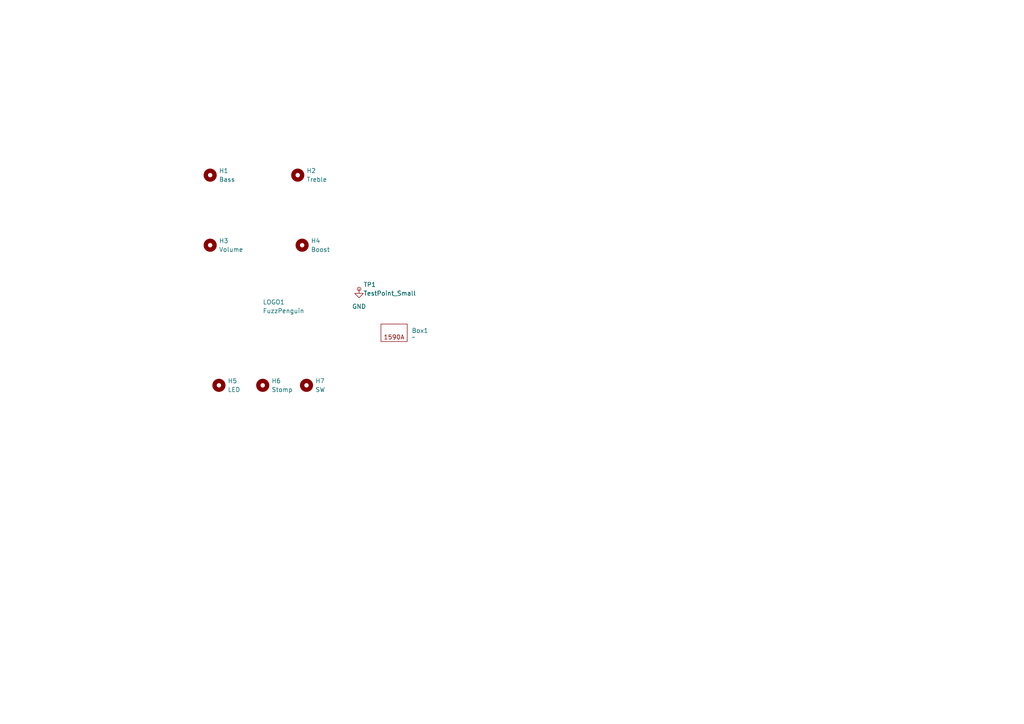
<source format=kicad_sch>
(kicad_sch (version 20231120) (generator "eeschema") (generator_version "8.0")
  (paper "A4")
  (title_block (title "Deranged Monkey Boost") (date "2025-03-19") (rev "v2.0"))
  (lib_symbols
    (symbol "Connector:TestPoint_Small" (pin_numbers hide) (pin_names (offset 0.762) hide)
      (property "Reference" "TP" (at 0 3.81 0))
      (property "Value" "TestPoint_Small" (at 0 2.032 0))
      (symbol "TestPoint_Small_0_1"
        (circle (center 0 0) (radius 0.508))
      )
      (symbol "TestPoint_Small_1_1"
        (pin passive line (at 0 0 90) (length 0) (name "1") (number "1"))
      )
    )
    (symbol "Mechanical:MountingHole" (pin_names (offset 1.016)) (exclude_from_sim yes) (in_bom no)
      (property "Reference" "H" (at 0 5.08 0))
      (property "Value" "MountingHole" (at 0 3.175 0))
      (symbol "MountingHole_0_1"
        (circle (center 0 0) (radius 1.27) (stroke (width 1.27)))
      )
    )
    (symbol "Mylib:Enclosure_1590A"
      (property "Reference" "Box" (at 0 0 0))
      (symbol "Enclosure_1590A_0_1"
        (rectangle (start -3.81 1.27) (end 3.81 -3.81))
      )
      (symbol "Enclosure_1590A_1_1"
        (text "1590A" (at 0 -2.54 0) (effects (font (size 1.27 1.27))))
      )
    )
    (symbol "Mylib:FuzzPenguin"
      (property "Reference" "LOGO" (at 0 0 0))
      (property "Value" "FuzzPenguin" (at 0 2.54 0))
    )
    (symbol "power:GND" (power) (pin_numbers hide) (pin_names (offset 0) hide)
      (property "Value" "GND" (at 0 -3.81 0))
      (symbol "GND_0_1"
        (polyline (pts (xy 0 0) (xy 0 -1.27) (xy 1.27 -1.27) (xy 0 -2.54) (xy -1.27 -1.27) (xy 0 -1.27)))
      )
      (symbol "GND_1_1"
        (pin power_in line (at 0 0 270) (length 0) (name "~") (number "1"))
      )
    )
  )
  (symbol (lib_id "Mylib:Enclosure_1590A") (at 114.3 95.25 0) (unit 1)
    (property "Reference" "Box1" (at 119.38 95.8849 0) (effects (justify left)))
    (property "Value" "~" (at 119.38 97.79 0) (effects (justify left)))
    (property "Footprint" "Mylib:1590A" (effects (hide yes)))
  )
  (symbol (lib_id "power:GND") (at 104.14 83.82 0) (unit 1)
    (property "Reference" "#PWR1" (effects (hide yes)))
    (property "Value" "GND" (at 104.14 88.9 0))
    (property "Description" "Power symbol creates a global label with name \"GND\" , ground" (effects (hide yes)))
  )
  (symbol (lib_id "Mylib:FuzzPenguin") (at 74.93 88.9 0) (unit 1)
    (property "Reference" "LOGO1" (at 76.2 87.6299 0) (effects (justify left)))
    (property "Value" "FuzzPenguin" (at 76.2 90.1699 0) (effects (justify left)))
    (property "Footprint" "Mylib:FuzzPenguin" (effects (hide yes)))
  )
  (symbol (lib_id "Mechanical:MountingHole") (at 76.2 111.76 0) (unit 1) (exclude_from_sim yes) (in_bom no)
    (property "Reference" "H6" (at 78.74 110.4899 0) (effects (justify left)))
    (property "Value" "Stomp" (at 78.74 113.0299 0) (effects (justify left)))
    (property "Footprint" "Mylib:Hole_12.5mm" (effects (hide yes)))
    (property "Description" "Mounting Hole without connection" (effects (hide yes)))
  )
  (symbol (lib_id "Connector:TestPoint_Small") (at 104.14 83.82 0) (unit 1)
    (property "Reference" "TP1" (at 105.41 82.5499 0) (effects (justify left)))
    (property "Value" "TestPoint_Small" (at 105.41 85.0899 0) (effects (justify left)))
    (property "Footprint" "TestPoint:TestPoint_Pad_4.0x4.0mm" (effects (hide yes)))
    (property "Description" "test point" (effects (hide yes)))
  )
  (symbol (lib_id "Mechanical:MountingHole") (at 63.5 111.76 0) (unit 1) (exclude_from_sim yes) (in_bom no)
    (property "Reference" "H5" (at 66.04 110.4899 0) (effects (justify left)))
    (property "Value" "LED" (at 66.04 113.0299 0) (effects (justify left)))
    (property "Footprint" "Mylib:Hole_6mm" (effects (hide yes)))
    (property "Description" "Mounting Hole without connection" (effects (hide yes)))
  )
  (symbol (lib_id "Mechanical:MountingHole") (at 60.96 50.8 0) (unit 1) (exclude_from_sim yes) (in_bom no)
    (property "Reference" "H1" (at 63.5 49.5299 0) (effects (justify left)))
    (property "Value" "Bass" (at 63.5 52.0699 0) (effects (justify left)))
    (property "Footprint" "Mylib:Hole_7mm" (effects (hide yes)))
    (property "Description" "Mounting Hole without connection" (effects (hide yes)))
  )
  (symbol (lib_id "Mechanical:MountingHole") (at 60.96 71.12 0) (unit 1) (exclude_from_sim yes) (in_bom no)
    (property "Reference" "H3" (at 63.5 69.8499 0) (effects (justify left)))
    (property "Value" "Volume" (at 63.5 72.3899 0) (effects (justify left)))
    (property "Footprint" "Mylib:Hole_7mm" (effects (hide yes)))
    (property "Description" "Mounting Hole without connection" (effects (hide yes)))
  )
  (symbol (lib_id "Mechanical:MountingHole") (at 87.63 71.12 0) (unit 1) (exclude_from_sim yes) (in_bom no)
    (property "Reference" "H4" (at 90.17 69.8499 0) (effects (justify left)))
    (property "Value" "Boost" (at 90.17 72.3899 0) (effects (justify left)))
    (property "Footprint" "Mylib:Hole_7mm" (effects (hide yes)))
    (property "Description" "Mounting Hole without connection" (effects (hide yes)))
  )
  (symbol (lib_id "Mechanical:MountingHole") (at 88.9 111.76 0) (unit 1) (exclude_from_sim yes) (in_bom no)
    (property "Reference" "H7" (at 91.44 110.4899 0) (effects (justify left)))
    (property "Value" "SW" (at 91.44 113.0299 0) (effects (justify left)))
    (property "Footprint" "Mylib:Hole_6mm" (effects (hide yes)))
    (property "Description" "Mounting Hole without connection" (effects (hide yes)))
  )
  (symbol (lib_id "Mechanical:MountingHole") (at 86.36 50.8 0) (unit 1) (exclude_from_sim yes) (in_bom no)
    (property "Reference" "H2" (at 88.9 49.5299 0) (effects (justify left)))
    (property "Value" "Treble" (at 88.9 52.0699 0) (effects (justify left)))
    (property "Footprint" "Mylib:Hole_7mm" (effects (hide yes)))
    (property "Description" "Mounting Hole without connection" (effects (hide yes)))
  )
)
</source>
